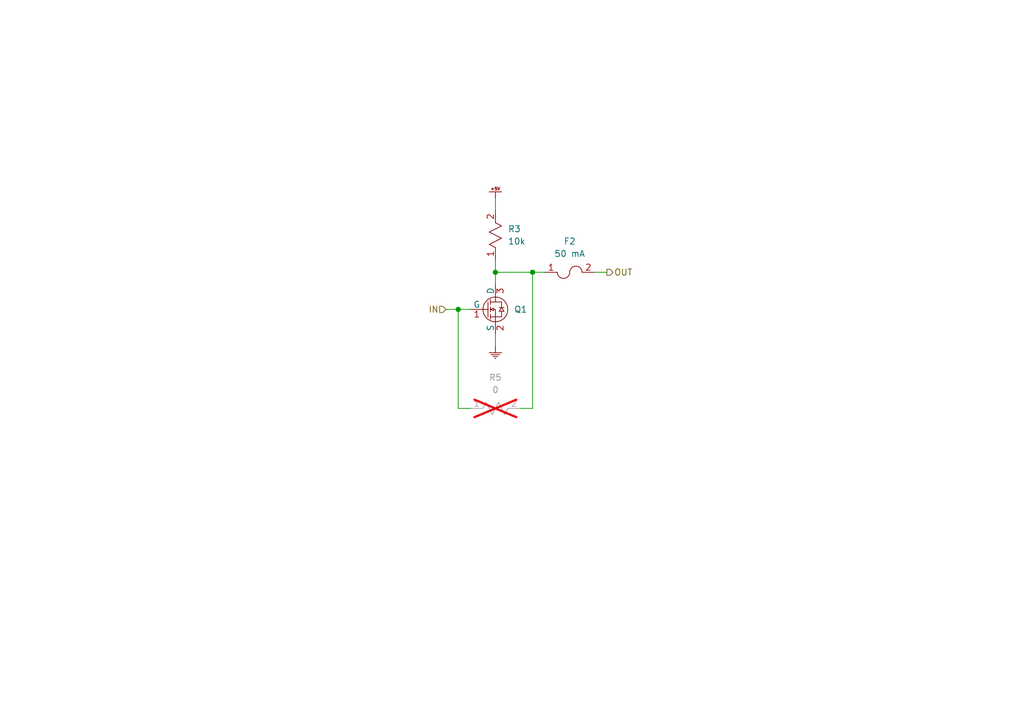
<source format=kicad_sch>
(kicad_sch (version 20230121) (generator eeschema)
  (paper "A5")
  (lib_symbols
    (symbol "zandmd:+5V" (power) (pin_names (offset 0))
      (symbol "+5V_0_1"
        (polyline (pts (xy -1.27 1.27) (xy 1.27 1.27)))
        (polyline (pts (xy 0 0) (xy 0 1.27)))
      )
      (symbol "+5V_1_1"
        (text "+5V" (at 0 1.905 0) (effects (font (size 0.635 0.635))))
        (pin power_in line (at 0 0 90) (length 0) hide (name "+5V") (number "1"))
      )
    )
    (symbol "zandmd:BSS816NWH6327XTSA1" (pin_names (offset 0))
      (property "Reference" "Q" (at 0 0 0))
      (symbol "BSS816NWH6327XTSA1_0_1"
        (polyline (pts (xy 2.54 5.08) (xy 3.556 5.08)))
        (polyline (pts (xy 3.556 6.604) (xy 3.556 3.556)))
        (polyline (pts (xy 4.064 3.048) (xy 4.064 4.064)))
        (polyline (pts (xy 4.064 3.556) (xy 5.08 3.556)))
        (polyline (pts (xy 4.064 5.588) (xy 4.064 4.572)))
        (polyline (pts (xy 4.064 7.112) (xy 4.064 6.096)))
        (polyline (pts (xy 5.842 5.461) (xy 6.858 5.461)))
        (polyline (pts (xy 4.064 6.604) (xy 5.08 6.604) (xy 5.08 7.62)))
        (polyline (pts (xy 4.699 5.08) (xy 5.08 5.08) (xy 5.08 2.54)))
        (polyline (pts (xy 5.08 3.556) (xy 6.35 3.556) (xy 6.35 4.699)))
        (polyline (pts (xy 6.35 5.461) (xy 6.35 6.604) (xy 5.08 6.604)))
        (polyline (pts (xy 4.064 5.08) (xy 4.699 4.826) (xy 4.699 5.334) (xy 4.064 5.08)))
        (polyline (pts (xy 6.35 5.461) (xy 5.842 4.699) (xy 6.858 4.699) (xy 6.35 5.461)))
        (circle (center 5.08 5.08) (radius 2.54))
      )
      (symbol "BSS816NWH6327XTSA1_1_1"
        (pin passive line (at 0 5.08 0) (length 2.54) (name "G") (number "1"))
        (pin open_emitter line (at 5.08 0 90) (length 2.54) (name "S") (number "2"))
        (pin open_collector line (at 5.08 10.16 270) (length 2.54) (name "D") (number "3"))
      )
    )
    (symbol "zandmd:GND" (power) (pin_names (offset 0))
      (symbol "GND_0_1"
        (polyline (pts (xy -1.27 -1.27) (xy 1.27 -1.27)))
        (polyline (pts (xy -0.889 -1.651) (xy 0.889 -1.651)))
        (polyline (pts (xy -0.508 -2.032) (xy 0.508 -2.032)))
        (polyline (pts (xy -0.127 -2.413) (xy 0.127 -2.413)))
        (polyline (pts (xy 0 0) (xy 0 -1.27)))
      )
      (symbol "GND_1_1"
        (pin power_in line (at 0 0 270) (length 0) hide (name "GND") (number "1"))
      )
    )
    (symbol "zandmd:PTC" (pin_names (offset 0))
      (property "Reference" "F" (at 0 0 0))
      (symbol "PTC_0_1"
        (arc (start 2.54 0) (mid 3.81 -1.2542) (end 5.08 0))
        (arc (start 7.62 0) (mid 6.35 1.2542) (end 5.08 0))
      )
      (symbol "PTC_1_1"
        (pin passive line (at 0 0 0) (length 2.54) (name "") (number "1"))
        (pin passive line (at 10.16 0 180) (length 2.54) (name "") (number "2"))
      )
    )
    (symbol "zandmd:RESISTOR" (pin_names (offset 0))
      (property "Reference" "R" (at 0 0 0))
      (property "Value" "R" (at 0 0 0))
      (symbol "RESISTOR_0_1"
        (polyline (pts (xy 2.54 0) (xy 3.175 1.27) (xy 4.445 -1.27) (xy 5.715 1.27) (xy 6.985 -1.27) (xy 7.62 0)))
      )
      (symbol "RESISTOR_1_1"
        (pin passive line (at 0 0 0) (length 2.54) (name "") (number "1"))
        (pin passive line (at 10.16 0 180) (length 2.54) (name "") (number "2"))
      )
    )
  )
  (junction (at 101.6 55.88))
  (junction (at 109.22 55.88))
  (junction (at 93.98 63.5))
  (wire (pts (xy 93.98 63.5) (xy 96.52 63.5)))
  (wire (pts (xy 111.76 55.88) (xy 109.22 55.88)))
  (wire (pts (xy 121.92 55.88) (xy 124.46 55.88)))
  (wire (pts (xy 106.68 83.82) (xy 109.22 83.82)))
  (wire (pts (xy 101.6 53.34) (xy 101.6 55.88)))
  (wire (pts (xy 93.98 63.5) (xy 93.98 83.82)))
  (wire (pts (xy 101.6 40.64) (xy 101.6 43.18)))
  (wire (pts (xy 91.44 63.5) (xy 93.98 63.5)))
  (wire (pts (xy 101.6 55.88) (xy 101.6 58.42)))
  (wire (pts (xy 109.22 55.88) (xy 109.22 83.82)))
  (wire (pts (xy 101.6 68.58) (xy 101.6 71.12)))
  (wire (pts (xy 101.6 55.88) (xy 109.22 55.88)))
  (wire (pts (xy 96.52 83.82) (xy 93.98 83.82)))
  (hierarchical_label "OUT" (shape output) (at 124.46 55.88 0))
  (hierarchical_label "IN" (shape input) (at 91.44 63.5 180))
  (symbol (lib_id "zandmd:+5V") (at 101.6 40.64 0) (unit 1)
    (property "Reference" "#PWR010" (effects hide))
    (property "Value" "+5V" (effects hide))
    (instances (project "neopixel-controller" (path "" (reference "#PWR010") (unit 1)) (path "" (reference "#PWR011") (unit 1)) (path "" (reference "#PWR013") (unit 1)) (path "" (reference "#PWR015") (unit 1)) (path "" (reference "#PWR017") (unit 1)) (path "" (reference "#PWR019") (unit 1)) (path "" (reference "#PWR021") (unit 1)) (path "" (reference "#PWR023") (unit 1))))
  )
  (symbol (lib_id "zandmd:RESISTOR") (at 101.6 53.34 90) (unit 1)
    (property "Reference" "R3" (at 104.14 46.99 90) (effects (justify right)))
    (property "Value" "10k" (at 104.14 49.53 90) (effects (justify right)))
    (property "Footprint" "zandmd:PASSIVE-NPOL-0805" (effects hide))
    (property "Sim.Device" "R" (effects hide))
    (property "Sim.Pins" "1=+ 2=-" (effects hide))
    (instances (project "neopixel-controller" (path "" (reference "R3") (unit 1)) (path "" (reference "R4") (unit 1)) (path "" (reference "R9") (unit 1)) (path "" (reference "R7") (unit 1)) (path "" (reference "R13") (unit 1)) (path "" (reference "R11") (unit 1)) (path "" (reference "R18") (unit 1)) (path "" (reference "R17") (unit 1))))
  )
  (symbol (lib_id "zandmd:BSS816NWH6327XTSA1") (at 96.52 68.58 0) (unit 1)
    (property "Reference" "Q1" (at 105.41 63.5 0) (effects (justify left)))
    (property "Value" "BSS816NWH6327XTSA1" (effects hide))
    (property "Footprint" "zandmd:BSS816NWH6327XTSA1" (effects hide))
    (property "Datasheet" "https://www.infineon.com/dgdl/Infineon-BSS816NW-DS-v02_03-en.pdf?fileId=db3a304335113a6301351e704a2e1332" (effects hide))
    (property "Sim.Device" "SUBCKT" (effects hide))
    (property "Sim.Pins" "1=gate 2=source 3=drain" (effects hide))
    (property "Sim.Library" "..\\sim\\BSS816NWH6327XTSA1.lib" (effects hide))
    (property "Sim.Name" "BSS816NW_L0" (effects hide))
    (instances (project "neopixel-controller" (path "" (reference "Q1") (unit 1)) (path "" (reference "Q2") (unit 1)) (path "" (reference "Q4") (unit 1)) (path "" (reference "Q3") (unit 1)) (path "" (reference "Q6") (unit 1)) (path "" (reference "Q5") (unit 1)) (path "" (reference "Q8") (unit 1)) (path "" (reference "Q7") (unit 1))))
  )
  (symbol (lib_id "zandmd:PTC") (at 111.76 55.88 0) (unit 1)
    (property "Reference" "F2" (at 116.84 49.53 0))
    (property "Value" "50 mA" (at 116.84 52.07 0))
    (property "Footprint" "zandmd:PASSIVE-NPOL-1206" (effects hide))
    (property "Sim.Enable" "0" (effects hide))
    (instances (project "neopixel-controller" (path "" (reference "F2") (unit 1)) (path "" (reference "F3") (unit 1)) (path "" (reference "F4") (unit 1)) (path "" (reference "F5") (unit 1)) (path "" (reference "F6") (unit 1)) (path "" (reference "F7") (unit 1)) (path "" (reference "F8") (unit 1)) (path "" (reference "F9") (unit 1))))
  )
  (symbol (lib_id "zandmd:GND") (at 101.6 71.12 0) (unit 1)
    (property "Reference" "#PWR09" (effects hide))
    (property "Value" "GND" (effects hide))
    (instances (project "neopixel-controller" (path "" (reference "#PWR09") (unit 1)) (path "" (reference "#PWR012") (unit 1)) (path "" (reference "#PWR014") (unit 1)) (path "" (reference "#PWR016") (unit 1)) (path "" (reference "#PWR018") (unit 1)) (path "" (reference "#PWR020") (unit 1)) (path "" (reference "#PWR022") (unit 1)) (path "" (reference "#PWR024") (unit 1))))
  )
  (symbol (lib_id "zandmd:RESISTOR") (at 96.52 83.82 0) (unit 1) (dnp yes)
    (property "Reference" "R5" (at 101.6 77.47 0))
    (property "Value" "0" (at 101.6 80.01 0))
    (property "Footprint" "zandmd:PASSIVE-NPOL-0805" (effects hide))
    (property "Sim.Device" "R" (effects hide))
    (property "Sim.Pins" "1=+ 2=-" (effects hide))
    (instances (project "neopixel-controller" (path "" (reference "R5") (unit 1)) (path "" (reference "R6") (unit 1)) (path "" (reference "R10") (unit 1)) (path "" (reference "R8") (unit 1)) (path "" (reference "R15") (unit 1)) (path "" (reference "R14") (unit 1)) (path "" (reference "R20") (unit 1)) (path "" (reference "R19") (unit 1))))
  )
)
</source>
